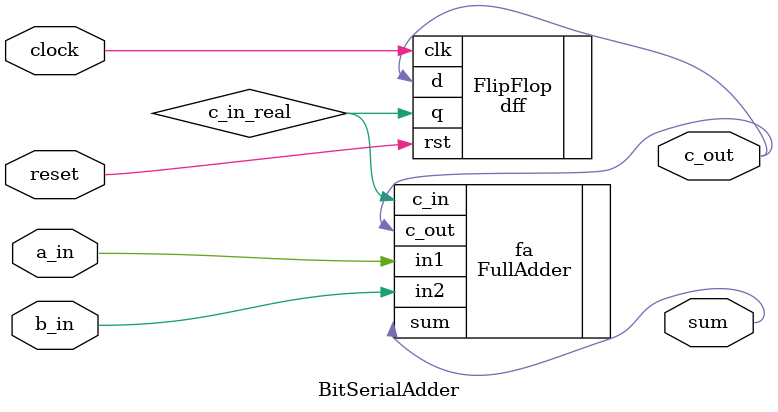
<source format=v>
`timescale 1ns / 1ps


module BitSerialAdder(
    input a_in,
    input b_in,
    input clock,
    input reset,
    output sum,
    output wire c_out
);
    wire c_in_real;
    dff FlipFlop(.rst(reset),.clk(clock),.d(c_out),.q(c_in_real));
    FullAdder fa(
        .in1(a_in),
        .in2(b_in),
        .c_in(c_in_real),
        .sum(sum),
        .c_out(c_out)
    );
    
endmodule
</source>
